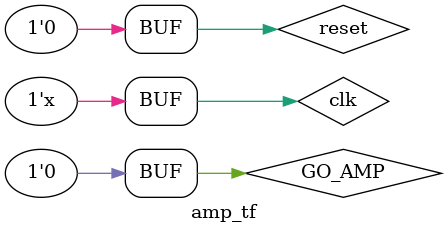
<source format=v>
`timescale 1ns / 1ps


module amp_tf;
	reg clk;
	reg reset;
	reg GO_AMP;
	wire DONE_AMP;
	wire SPI_CLK_AMP;
	wire SPI_MOSI_AMP;
	wire AMP_CS;
	wire AMP_SHDN;
	amp uut (
		.clk(clk), 
		.reset(reset), 
		.GO_AMP(GO_AMP), 
		.DONE_AMP(DONE_AMP), 
		.SPI_CLK_AMP(SPI_CLK_AMP), 
		.SPI_MOSI_AMP(SPI_MOSI_AMP), 
		.AMP_CS(AMP_CS), 
		.AMP_SHDN(AMP_SHDN)
	);
	always
	#5 clk = ~clk;
	initial begin
		clk = 0;
		reset = 1;
		GO_AMP = 0;
		#10 reset = 0;
		#20 GO_AMP = 1; #10 GO_AMP = 0;
	end
      
endmodule


</source>
